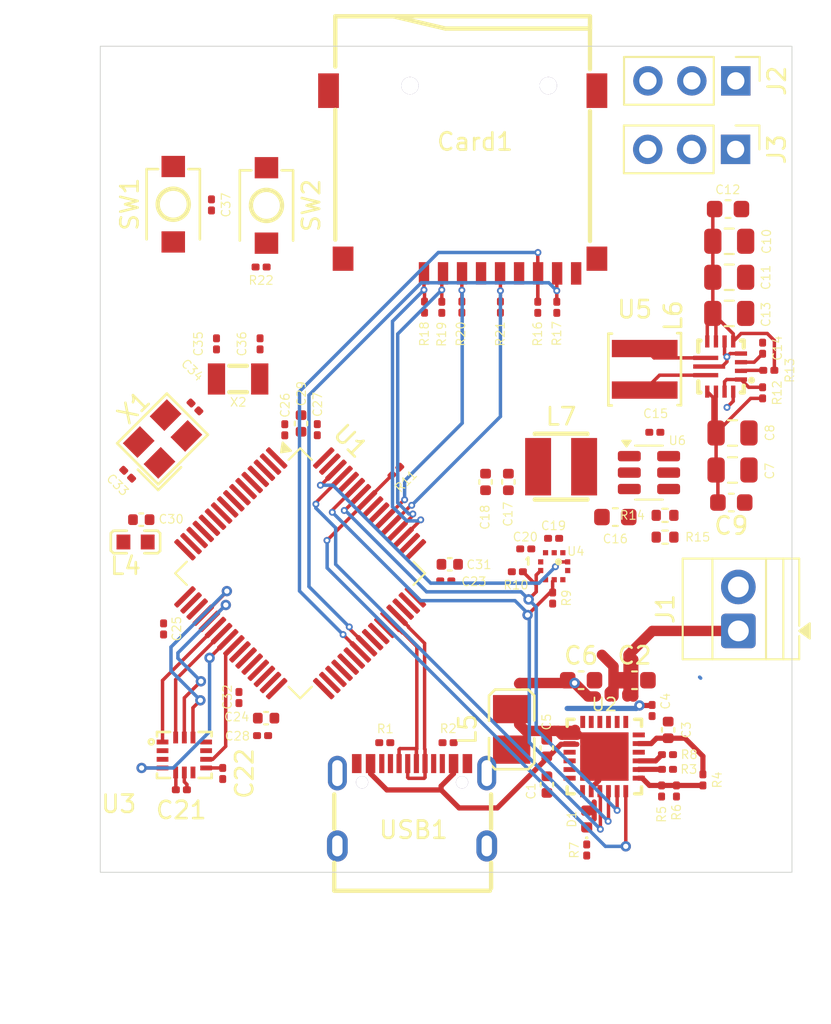
<source format=kicad_pcb>
(kicad_pcb (version 20241229) (generator "pcbnew") (generator_version "9.0")
  (layers (0 "F.Cu" signal) (2 "B.Cu" signal) (13 "F.Paste" user) (15 "B.Paste" user) (5 "F.SilkS" user "F.Silkscreen") (7 "B.SilkS" user "B.Silkscreen") (1 "F.Mask" user) (3 "B.Mask" user) (25 "Edge.Cuts" user))
  (net 0 "")
  (net 1 "GND")
  (net 2 "VBUS")
  (net 3 "BAT+")
  (net 4 "VREGN")
  (net 5 "/BTST")
  (net 6 "Net-(U2-BTST)")
  (net 7 "Net-(C5-Pad1)")
  (net 8 "VSYS")
  (net 9 "+5V")
  (net 10 "Net-(U5-Vaux)")
  (net 11 "Net-(U6-SW)")
  (net 12 "Net-(U6-CB)")
  (net 13 "+3.3V")
  (net 14 "Net-(U1-VCAP_1)")
  (net 15 "/HSE_IN")
  (net 16 "/HSE_OUT")
  (net 17 "/LSE_IN")
  (net 18 "/LSE_OUT")
  (net 19 "/RESET")
  (net 20 "/SD_DAT3")
  (net 21 "/SD_DAT2")
  (net 22 "/SD_DAT1")
  (net 23 "/SD_DAT0")
  (net 24 "/SD_CD")
  (net 25 "/SD_CLK")
  (net 26 "/SD_CMD")
  (net 27 "Net-(D1-K)")
  (net 28 "Net-(D1-A)")
  (net 29 "/SERVO1")
  (net 30 "/SERVO2")
  (net 31 "Net-(U1-VDDA)")
  (net 32 "Net-(U5-L1)")
  (net 33 "Net-(U5-L2)")
  (net 34 "Net-(USB1-CC1)")
  (net 35 "Net-(USB1-CC2)")
  (net 36 "Net-(U2-ILIM)")
  (net 37 "Net-(U2-TS)")
  (net 38 "/BQ_PG")
  (net 39 "/I2C_SDA")
  (net 40 "/I2C_SCL")
  (net 41 "/BQ_INT")
  (net 42 "Net-(U5-EN)")
  (net 43 "Net-(U5-PG)")
  (net 44 "Net-(U6-FB)")
  (net 45 "/BOOT")
  (net 49 "/ICM_SDO")
  (net 50 "/ICM_SCK")
  (net 51 "/BMP_INT")
  (net 57 "/ICM_CS")
  (net 58 "/ICM_INT1")
  (net 62 "/USB_DP")
  (net 63 "/USB_DN")
  (net 67 "/BQ_CE")
  (net 71 "/ICM_INT2")
  (net 77 "/ICM_SDI")
  (net 80 "unconnected-(U2-D+-Pad24)")
  (footprint "Resistor_SMD:R_0201_0603Metric" (layer "F.Cu") (at 129.91 70.77)
    (property "Reference" "R22")
    (property "Value" "10K")
  )
  (footprint "Capacitor_SMD:C_0201_0603Metric" (layer "F.Cu") (at 140.59 88.91)
    (property "Reference" "C23")
    (property "Value" "100nF")
  )
  (footprint "Resistor_SMD:R_0201_0603Metric" (layer "F.Cu") (at 153.07 101.05 90)
    (property "Reference" "R5")
    (property "Value" "30.1K")
  )
  (footprint "Capacitor_SMD:C_0603_1608Metric" (layer "F.Cu") (at 150.395 85.22 180)
    (property "Reference" "C16")
    (property "Value" "2.2uF")
  )
  (footprint "lib:L2520" (layer "F.Cu") (at 144.4 97.49 -90)
    (property "Reference" "L5")
    (property "Value" "DFE252012F-1R0M=P2")
  )
  (footprint "Capacitor_SMD:C_0805_2012Metric" (layer "F.Cu") (at 157.172499 82.5)
    (property "Reference" "C7")
    (property "Value" "10uF")
  )
  (footprint "lib:LGA-14_L3.0-W2.5-P0.50-TL" (layer "F.Cu") (at 125.47 98.97)
    (property "Reference" "U3")
    (property "Value" "ICM-45686")
  )
  (footprint "Capacitor_SMD:C_0603_1608Metric" (layer "F.Cu") (at 148.415 94.65 180)
    (property "Reference" "C6")
    (property "Value" "44uF")
  )
  (footprint "Resistor_SMD:R_0201_0603Metric" (layer "F.Cu") (at 140.7225 98.2575)
    (property "Reference" "R2")
    (property "Value" "5.1K")
  )
  (footprint "Capacitor_SMD:C_0402_1005Metric" (layer "F.Cu") (at 146.43 98.57 90)
    (property "Reference" "C5")
    (property "Value" "10uF")
  )
  (footprint "Resistor_SMD:R_0201_0603Metric" (layer "F.Cu") (at 144.73 88.38 180)
    (property "Reference" "R10")
    (property "Value" "10K")
  )
  (footprint "Capacitor_SMD:C_0402_1005Metric" (layer "F.Cu") (at 144.21 83.19 -90)
    (property "Reference" "C17")
    (property "Value" "22uF")
  )
  (footprint "Capacitor_SMD:C_0805_2012Metric" (layer "F.Cu") (at 157.172499 80.36)
    (property "Reference" "C8")
    (property "Value" "10uF")
  )
  (footprint "Capacitor_SMD:C_0201_0603Metric" (layer "F.Cu") (at 122.194746 82.743834 135)
    (property "Reference" "C33")
    (property "Value" "20pF")
  )
  (footprint "Capacitor_SMD:C_0402_1005Metric" (layer "F.Cu") (at 130.2 96.84 180)
    (property "Reference" "C28")
    (property "Value" "1uF")
  )
  (footprint "Capacitor_SMD:C_0201_0603Metric" (layer "F.Cu") (at 146.825 86.45)
    (property "Reference" "C19")
    (property "Value" "100nF")
  )
  (footprint "lib:CRYSTAL-SMD_4P-L3.2-W2.5-BL" (layer "F.Cu") (at 124.21 80.707366 45)
    (property "Reference" "X1")
    (property "Value" "X322525MOB4SI")
  )
  (footprint "Capacitor_SMD:C_0201_0603Metric" (layer "F.Cu") (at 126.083833 78.854747 -45)
    (property "Reference" "C34")
    (property "Value" "20pF")
  )
  (footprint "Resistor_SMD:R_0201_0603Metric" (layer "F.Cu") (at 143.75 73.0875 -90)
    (property "Reference" "R21")
    (property "Value" "10K")
  )
  (footprint "Capacitor_SMD:C_0805_2012Metric" (layer "F.Cu") (at 156.982499 73.45)
    (property "Reference" "C13")
    (property "Value" "22uF")
  )
  (footprint "Resistor_SMD:R_0201_0603Metric" (layer "F.Cu") (at 137.0625 98.2575 180)
    (property "Reference" "R1")
    (property "Value" "5.1K")
  )
  (footprint "Package_QFP:LQFP-64_10x10mm_P0.5mm" (layer "F.Cu") (at 132.17 88.47 -45)
    (property "Reference" "U1")
    (property "Value" "STM32F722RETx")
  )
  (footprint "lib:FC-135R_L3.2-W1.5" (layer "F.Cu") (at 128.58 77.24)
    (property "Reference" "X2")
    (property "Value" "Q13FC1350000400")
  )
  (footprint "Resistor_SMD:R_0201_0603Metric" (layer "F.Cu") (at 148.74 104.46 -90)
    (property "Reference" "R7")
    (property "Value" "10K")
  )
  (footprint "Resistor_SMD:R_0201_0603Metric" (layer "F.Cu") (at 141.52 73.0875 -90)
    (property "Reference" "R20")
    (property "Value" "10K")
  )
  (footprint "Resistor_SMD:R_0201_0603Metric" (layer "F.Cu") (at 137.703726 82.566274 45)
    (property "Reference" "R11")
    (property "Value" "10K")
  )
  (footprint "Resistor_SMD:R_0402_1005Metric" (layer "F.Cu") (at 153.27 86.38)
    (property "Reference" "R15")
    (property "Value" "22.1K")
  )
  (footprint "Resistor_SMD:R_0201_0603Metric" (layer "F.Cu") (at 155.46 100.41 90)
    (property "Reference" "R4")
    (property "Value" "5.23K")
  )
  (footprint "lib:IND-SMD_L4.0-W4.0-A" (layer "F.Cu") (at 152.092499 76.68 -90)
    (property "Reference" "L6")
    (property "Value" "XFL4020-152MEC")
  )
  (footprint "lib:SW-SMD_L3.9-W3.0-P4.45" (layer "F.Cu") (at 130.22 67.21 -90)
    (property "Reference" "SW2")
    (property "Value" "TS-1088-AR02016")
  )
  (footprint "Capacitor_SMD:C_0201_0603Metric" (layer "F.Cu") (at 127.04 67.18 -90)
    (property "Reference" "C37")
    (property "Value" "100nF")
  )
  (footprint "Capacitor_SMD:C_0402_1005Metric" (layer "F.Cu") (at 140.82 87.95)
    (property "Reference" "C31")
    (property "Value" "10uF")
  )
  (footprint "Capacitor_SMD:C_0201_0603Metric" (layer "F.Cu") (at 127.33 75.21 90)
    (property "Reference" "C35")
    (property "Value" "6.8pF")
  )
  (footprint "Capacitor_SMD:C_0201_0603Metric" (layer "F.Cu") (at 128.63 95.65 -90)
    (property "Reference" "C32")
    (property "Value" "2.2uF")
  )
  (footprint "Resistor_SMD:R_0201_0603Metric" (layer "F.Cu") (at 153.41 98.95)
    (property "Reference" "R8")
    (property "Value" "10K")
  )
  (footprint "Capacitor_SMD:C_0201_0603Metric" (layer "F.Cu") (at 125.3 100.98)
    (property "Reference" "C21")
    (property "Value" "100nF")
  )
  (footprint "Capacitor_SMD:C_0201_0603Metric" (layer "F.Cu") (at 129.995 97.85 180)
    (property "Reference" "C24")
    (property "Value" "100nF")
  )
  (footprint "Connector_PinHeader_2.54mm:PinHeader_1x03_P2.54mm_Vertical" (layer "F.Cu") (at 157.36 60.01 -90)
    (property "Reference" "J2")
    (property "Value" "Conn_01x03")
  )
  (footprint "lib:VFQFPN-24_L4.0-W4.0-P0.50-BL-EP2.8" (layer "F.Cu") (at 149.75 99.06)
    (property "Reference" "U2")
    (property "Value" "BQ25883RGER")
  )
  (footprint "Capacitor_SMD:C_0402_1005Metric" (layer "F.Cu") (at 142.89 83.19 -90)
    (property "Reference" "C18")
    (property "Value" "22uF")
  )
  (footprint "Resistor_SMD:R_0201_0603Metric" (layer "F.Cu") (at 159.272499 76.74 180)
    (property "Reference" "R13")
    (property "Value" "10K")
  )
  (footprint "Capacitor_SMD:C_0603_1608Metric" (layer "F.Cu") (at 157.102499 84.38)
    (property "Reference" "C9")
    (property "Value" "10uF")
  )
  (footprint "lib:IND-SMD_L3.0-W3.0" (layer "F.Cu") (at 147.26 82.31)
    (property "Reference" "L7")
    (property "Value" "YHNR3015-5R6M")
  )
  (footprint "Capacitor_SMD:C_0805_2012Metric" (layer "F.Cu") (at 156.982499 71.36)
    (property "Reference" "C11")
    (property "Value" "22uF")
  )
  (footprint "Resistor_SMD:R_0402_1005Metric" (layer "F.Cu") (at 153.27 85.12 180)
    (property "Reference" "R14")
    (property "Value" "100K")
  )
  (footprint "Capacitor_SMD:C_0201_0603Metric" (layer "F.Cu") (at 124.27 91.685 -90)
    (property "Reference" "C25")
    (property "Value" "100nF")
  )
  (footprint "Capacitor_SMD:C_0201_0603Metric" (layer "F.Cu") (at 129.85 75.21 90)
    (property "Reference" "C36")
    (property "Value" "6.8pF")
  )
  (footprint "Resistor_SMD:R_0201_0603Metric" (layer "F.Cu") (at 145.91 73.0975 -90)
    (property "Reference" "R16")
    (property "Value" "10K")
  )
  (footprint "Capacitor_SMD:C_0201_0603Metric" (layer "F.Cu") (at 158.912499 75.46 90)
    (property "Reference" "C14")
    (property "Value" "100nF")
  )
  (footprint "Capacitor_SMD:C_0201_0603Metric" (layer "F.Cu") (at 145.215 87.06 180)
    (property "Reference" "C20")
    (property "Value" "100nF")
  )
  (footprint "Resistor_SMD:R_0201_0603Metric" (layer "F.Cu") (at 153.41 99.8)
    (property "Reference" "R3")
    (property "Value" "383")
  )
  (footprint "Resistor_SMD:R_0201_0603Metric" (layer "F.Cu") (at 146.77 89.9 -90)
    (property "Reference" "R9")
    (property "Value" "10K")
  )
  (footprint "Capacitor_SMD:C_0402_1005Metric" (layer "F.Cu") (at 146.44 100.68 -90)
    (property "Reference" "C1")
    (property "Value" "1uF")
  )
  (footprint "Resistor_SMD:R_0201_0603Metric" (layer "F.Cu") (at 140.36 73.0975 -90)
    (property "Reference" "R19")
    (property "Value" "10K")
  )
  (footprint "Capacitor_SMD:C_0805_2012Metric" (layer "F.Cu") (at 156.982499 69.28)
    (property "Reference" "C10")
    (property "Value" "22uF")
  )
  (footprint "Capacitor_SMD:C_0603_1608Metric" (layer "F.Cu") (at 151.505 94.65)
    (property "Reference" "C2")
    (property "Value" "10uF")
  )
  (footprint "Capacitor_SMD:C_0201_0603Metric" (layer "F.Cu") (at 127.69 100.04 -90)
    (property "Reference" "C22")
    (property "Value" "100nF")
  )
  (footprint "Resistor_SMD:R_0201_0603Metric" (layer "F.Cu") (at 158.912499 78.04 -90)
    (property "Reference" "R12")
    (property "Value" "10K")
  )
  (footprint "lib:USB-C-SMD_TYPE-C-6PIN-2MD-073" (layer "F.Cu") (at 138.64 101.8475)
    (property "Reference" "USB1")
    (property "Value" "TYPE-C 16PIN 2MD(073)")
  )
  (footprint "Resistor_SMD:R_0201_0603Metric" (layer "F.Cu") (at 153.93 101.05 90)
    (property "Reference" "R6")
    (property "Value" "10K")
  )
  (footprint "TerminalBlock:TerminalBlock_Xinya_XY308-2.54-2P_1x02_P2.54mm_Horizontal" (layer "F.Cu") (at 157.51 91.8 90)
    (property "Reference" "J1")
    (property "Value" "Screw_Terminal_01x02")
  )
  (footprint "Capacitor_SMD:C_0402_1005Metric" (layer "F.Cu") (at 122.98 85.37 180)
    (property "Reference" "C30")
    (property "Value" "1uF")
  )
  (footprint "Connector_PinHeader_2.54mm:PinHeader_1x03_P2.54mm_Vertical" (layer "F.Cu") (at 157.35 63.97 -90)
    (property "Reference" "J3")
    (property "Value" "Conn_01x03")
  )
  (footprint "Resistor_SMD:R_0201_0603Metric" (layer "F.Cu") (at 147.01 73.0975 -90)
    (property "Reference" "R17")
    (property "Value" "10K")
  )
  (footprint "lib:TF-SMD_TF-01A" (layer "F.Cu") (at 141.57 65.8575 180)
    (property "Reference" "Card1")
    (property "Value" "TF-01A")
  )
  (footprint "Capacitor_SMD:C_0201_0603Metric" (layer "F.Cu") (at 133.16 80.17 90)
    (property "Reference" "C27")
    (property "Value" "100nF")
  )
  (footprint "Capacitor_SMD:C_0201_0603Metric" (layer "F.Cu") (at 131.28 80.175 90)
    (property "Reference" "C26")
    (property "Value" "100nF")
  )
  (footprint "lib:SW-SMD_L3.9-W3.0-P4.45" (layer "F.Cu") (at 124.83 67.14 -90)
    (property "Reference" "SW1")
    (property "Value" "TS-1088-AR02016")
  )
  (footprint "lib:L0603" (layer "F.Cu") (at 122.65 86.66)
    (property "Reference" "L4")
    (property "Value" "FCM1608KF-601T03")
  )
  (footprint "Package_TO_SOT_SMD:SOT-23-6" (layer "F.Cu") (at 152.34 82.65)
    (property "Reference" "U6")
    (property "Value" "LMR51430")
  )
  (footprint "LED_SMD:LED_0402_1005Metric" (layer "F.Cu") (at 148.74 102.67 90)
    (property "Reference" "D1")
    (property "Value" "LED")
  )
  (footprint "Capacitor_SMD:C_0402_1005Metric" (layer "F.Cu") (at 132.22 79.81 90)
    (property "Reference" "C29")
    (property "Value" "1uF")
  )
  (footprint "Capacitor_SMD:C_0201_0603Metric" (layer "F.Cu") (at 152.68 80.32)
    (property "Reference" "C15")
    (property "Value" "100nF")
  )
  (footprint "Resistor_SMD:R_0201_0603Metric" (layer "F.Cu") (at 139.36 73.0875 -90)
    (property "Reference" "R18")
    (property "Value" "10K")
  )
  (footprint "Capacitor_SMD:C_0201_0603Metric" (layer "F.Cu") (at 152.52 96.4 -90)
    (property "Reference" "C4")
    (property "Value" "47nF")
  )
  (footprint "lib:LGA-10_L2.0-W2.0-P0.50-TL_BMP580" (layer "F.Cu") (at 146.86 88.06)
    (property "Reference" "U4")
    (property "Value" "BMP580")
  )
  (footprint "lib:VQFN-HR-15_L3.0-W2.5-P0.50-BL_TPS63070RNMR" (layer "F.Cu") (at 156.642499 76.52 90)
    (property "Reference" "U5")
    (property "Value" "TPS63070RNMR")
  )
  (footprint "Capacitor_SMD:C_0603_1608Metric" (layer "F.Cu") (at 156.912499 67.42)
    (property "Reference" "C12")
    (property "Value" "10uF")
  )
  (footprint "Capacitor_SMD:C_0402_1005Metric" (layer "F.Cu") (at 153.45 97.52 90)
    (property "Reference" "C3")
    (property "Value" "10uF")
  )
  (gr_rect (start 120.61 58.01) (end 160.61 105.75) (stroke (width 0.05)) (fill no) (layer "Edge.Cuts"))
  (segment (start 155.27 94.47) (end 155.33 94.53) (width 0.2) (layer "B.Cu") (net 0))
  (segment (start 144.87 94.81) (end 144.83 94.85) (width 0.6) (layer "F.Cu") (net 1))
  (segment (start 148.94 95.59) (end 149.27 95.59) (width 0.6) (layer "F.Cu") (net 1))
  (segment (start 156.712499 75.07) (end 156.712499 75.824998) (width 0.2) (layer "F.Cu") (net 1))
  (segment (start 157.212499 78.52147) (end 157.212499 77.97) (width 0.2) (layer "F.Cu") (net 1))
  (segment (start 155.822499 76.52) (end 156.574499 76.52) (width 0.2) (layer "F.Cu") (net 1))
  (segment (start 156.574499 76.52) (end 156.847501 76.246998) (width 0.2) (layer "F.Cu") (net 1))
  (segment (start 148.82 95.59) (end 148.04 94.81) (width 0.6) (layer "F.Cu") (net 1))
  (segment (start 148.04 94.81) (end 144.87 94.81) (width 0.6) (layer "F.Cu") (net 1))
  (segment (start 157.662499 75.77) (end 157.037501 75.77) (width 0.2) (layer "F.Cu") (net 1))
  (segment (start 156.847501 76.246998) (end 156.847501 75.96) (width 0.2) (layer "F.Cu") (net 1))
  (segment (start 157.037501 75.77) (end 156.847501 75.96) (width 0.2) (layer "F.Cu") (net 1))
  (segment (start 125.47 99.98) (end 125.47 100.52) (width 0.2) (layer "F.Cu") (net 1))
  (segment (start 148.94 95.59) (end 148.82 95.59) (width 0.6) (layer "F.Cu") (net 1))
  (segment (start 125.47 100.52) (end 125.62 100.67) (width 0.2) (layer "F.Cu") (net 1))
  (segment (start 125.62 100.67) (end 125.62 100.98) (width 0.2) (layer "F.Cu") (net 1))
  (segment (start 156.853234 78.880735) (end 157.212499 78.52147) (width 0.2) (layer "F.Cu") (net 1))
  (segment (start 156.712499 75.824998) (end 156.847501 75.96) (width 0.2) (layer "F.Cu") (net 1))
  (via (at 156.847501 75.96) (size 0.4) (drill 0.2) (layers "F.Cu" "B.Cu") (net 1))
  (via (at 148.04 94.81) (size 0.6) (drill 0.3) (layers "F.Cu" "B.Cu") (net 1))
  (via (at 148.04 94.81) (size 0.6) (drill 0.3) (layers "F.Cu" "B.Cu") (net 1))
  (via (at 156.853234 78.880735) (size 0.4) (drill 0.2) (layers "F.Cu" "B.Cu") (net 1))
  (segment (start 146.87 98.73) (end 147.25 98.35) (width 0.3) (layer "F.Cu") (net 2))
  (segment (start 136.24 100.046136) (end 136.24 99.4675) (width 0.3) (layer "F.Cu") (net 2))
  (segment (start 137.183864 100.99) (end 136.24 100.046136) (width 0.3) (layer "F.Cu") (net 2))
  (segment (start 141.36 102.03) (end 140.32 100.99) (width 0.3) (layer "F.Cu") (net 2))
  (segment (start 140.32 100.766136) (end 141.04 100.046136) (width 0.3) (layer "F.Cu") (net 2))
  (segment (start 146.87 98.73) (end 143.57 102.03) (width 0.3) (layer "F.Cu") (net 2))
  (segment (start 143.57 102.03) (end 141.36 102.03) (width 0.3) (layer "F.Cu") (net 2))
  (segment (start 140.32 100.99) (end 137.183864 100.99) (width 0.3) (layer "F.Cu") (net 2))
  (segment (start 141.04 100.046136) (end 141.04 99.4675) (width 0.3) (layer "F.Cu") (net 2))
  (segment (start 140.32 100.99) (end 140.32 100.766136) (width 0.3) (layer "F.Cu") (net 2))
  (segment (start 147.25 98.35) (end 148.17 98.35) (width 0.3) (layer "F.Cu") (net 2))
  (segment (start 152.54 91.8) (end 151.16 93.18) (width 0.6) (layer "F.Cu") (net 3))
  (segment (start 151.16 95.36) (end 151.09 95.43) (width 0.6) (layer "F.Cu") (net 3))
  (segment (start 151.43 93.45) (end 151.16 93.18) (width 0.6) (layer "F.Cu") (net 3))
  (segment (start 150.289 93.849) (end 149.62 93.18) (width 0.6) (layer "F.Cu") (net 3))
  (segment (start 150.289 95.59) (end 150.289 95.13) (width 0.6) (layer "F.Cu") (net 3))
  (segment (start 151.16 95.32) (end 151.16 95.36) (width 0.6) (layer "F.Cu") (net 3))
  (segment (start 150.071 95.339) (end 150.071 95.59) (width 0.6) (layer "F.Cu") (net 3))
  (segment (start 151.16 93.18) (end 151.16 95.32) (width 0.6) (layer "F.Cu") (net 3))
  (segment (start 151.43 95.59) (end 151.43 93.45) (width 0.6) (layer "F.Cu") (net 3))
  (segment (start 151.09 95.43) (end 151.09 95.59) (width 0.6) (layer "F.Cu") (net 3))
  (segment (start 150.28 95.13) (end 150.071 95.339) (width 0.6) (layer "F.Cu") (net 3))
  (segment (start 150.289 95.13) (end 150.28 95.13) (width 0.6) (layer "F.Cu") (net 3))
  (segment (start 151.16 95.32) (end 151.43 95.59) (width 0.6) (layer "F.Cu") (net 3))
  (segment (start 150.289 95.13) (end 150.289 93.849) (width 0.6) (layer "F.Cu") (net 3))
  (segment (start 157.51 91.8) (end 152.54 91.8) (width 0.6) (layer "F.Cu") (net 3))
  (segment (start 153.45 98) (end 154.42 98) (width 0.3) (layer "F.Cu") (net 4))
  (segment (start 155.46 99.04) (end 155.46 100.09) (width 0.3) (layer "F.Cu") (net 4))
  (segment (start 152.78 98) (end 153.45 98) (width 0.3) (layer "F.Cu") (net 4))
  (segment (start 154.42 98) (end 155.46 99.04) (width 0.3) (layer "F.Cu") (net 4))
  (segment (start 151.75 98.31) (end 152.47 98.31) (width 0.3) (layer "F.Cu") (net 4))
  (segment (start 152.47 98.31) (end 152.78 98) (width 0.3) (layer "F.Cu") (net 4))
  (segment (start 151.79 96.11) (end 152.49 96.11) (width 0.3) (layer "F.Cu") (net 5))
  (segment (start 152.49 96.11) (end 152.52 96.08) (width 0.3) (layer "F.Cu") (net 5))
  (via (at 151.79 96.11) (size 0.6) (drill 0.3) (layers "F.Cu" "B.Cu") (net 5))
  (segment (start 147.61 96.28) (end 151.578884 96.28) (width 0.3) (layer "B.Cu") (net 5))
  (segment (start 151.578884 96.28) (end 151.62 96.28) (width 0.3) (layer "B.Cu") (net 5))
  (segment (start 151.62 96.28) (end 151.79 96.11) (width 0.3) (layer "B.Cu") (net 5))
  (segment (start 145.22 97.58) (end 146.86 97.58) (width 0.6) (layer "F.Cu") (net 7))
  (segment (start 147.309 97.799) (end 148.18 97.799) (width 0.6) (layer "F.Cu") (net 7))
  (segment (start 148.01 97.58) (end 148.07 97.52) (width 0.6) (layer "F.Cu") (net 7))
  (segment (start 144.83 97.19) (end 145.22 97.58) (width 0.6) (layer "F.Cu") (net 7))
  (segment (start 147.09 97.58) (end 147.309 97.799) (width 0.6) (layer "F.Cu") (net 7))
  (segment (start 146.86 97.58) (end 148.01 97.58) (width 0.6) (layer "F.Cu") (net 7))
  (segment (start 146.86 97.58) (end 147.09 97.58) (width 0.6) (layer "F.Cu") (net 7))
  (segment (start 158.222499 78.36) (end 156.222499 80.36) (width 0.2) (layer "F.Cu") (net 8))
  (segment (start 156.222499 77.98) (end 156.212499 77.97) (width 0.2) (layer "F.Cu") (net 8))
  (segment (start 156.042499 80.18) (end 156.222499 80.36) (width 0.2) (layer "F.Cu") (net 8))
  (segment (start 158.912499 78.36) (end 158.222499 78.36) (width 0.2) (layer "F.Cu") (net 8))
  (segment (start 155.712499 77.97) (end 156.042499 78.3) (width 0.2) (layer "F.Cu") (net 8))
  (segment (start 156.327499 82.605) (end 156.222499 82.5) (width 0.2) (layer "F.Cu") (net 8))
  (segment (start 156.327499 84.38) (end 156.327499 82.605) (width 0.2) (layer "F.Cu") (net 8))
  (segment (start 156.222499 80.36) (end 156.222499 77.98) (width 0.2) (layer "F.Cu") (net 8))
  (segment (start 156.042499 78.3) (end 156.042499 80.18) (width 0.2) (layer "F.Cu") (net 8))
  (segment (start 156.222499 82.5) (end 156.222499 80.36) (width 0.2) (layer "F.Cu") (net 8))
  (segment (start 156.212499 75.07) (end 156.212499 73.63) (width 0.2) (layer "F.Cu") (net 9))
  (segment (start 157.212499 74.63) (end 156.032499 73.45) (width 0.2) (layer "F.Cu") (net 9))
  (segment (start 156.032499 69.28) (end 156.032499 71.36) (width 0.2) (layer "F.Cu") (net 9))
  (segment (start 159.592499 75.02013) (end 159.181369 74.609) (width 0.2) (layer "F.Cu") (net 9))
  (segment (start 155.712499 75.07) (end 155.712499 73.77) (width 0.2) (layer "F.Cu") (net 9))
  (segment (start 156.032499 69.28) (end 156.032499 67.525) (width 0.2) (layer "F.Cu") (net 9))
  (segment (start 155.712499 73.77) (end 156.032499 73.45) (width 0.2) (layer "F.Cu") (net 9))
  (segment (start 156.032499 71.36) (end 156.032499 73.45) (width 0.2) (layer "F.Cu") (net 9))
  (segment (start 157.673499 74.609) (end 157.212499 75.07) (width 0.2) (layer "F.Cu") (net 9))
  (segment (start 159.592499 76.74) (end 159.592499 75.02013) (width 0.2) (layer "F.Cu") (net 9))
  (segment (start 156.212499 73.63) (end 156.032499 73.45) (width 0.2) (layer "F.Cu") (net 9))
  (segment (start 159.181369 74.609) (end 157.673499 74.609) (width 0.2) (layer "F.Cu") (net 9))
  (segment (start 157.212499 75.07) (end 157.212499 74.63) (width 0.2) (layer "F.Cu") (net 9))
  (segment (start 156.032499 67.525) (end 156.137499 67.42) (width 0.2) (layer "F.Cu") (net 9))
  (segment (start 158.912499 75.78) (end 158.422499 76.27) (width 0.2) (layer "F.Cu") (net 10))
  (segment (start 158.422499 76.27) (end 157.662499 76.27) (width 0.2) (layer "F.Cu") (net 10))
  (segment (start 124.98 99.99) (end 124.97 99.98) (width 0.2) (layer "F.Cu") (net 13))
  (segment (start 127.69 99.72) (end 126.73 99.72) (width 0.2) (layer "F.Cu") (net 13))
  (segment (start 124.98 100.98) (end 124.98 99.99) (width 0.2) (layer "F.Cu") (net 13))
  (segment (start 138.71 85.11198) (end 137.773821 86.048159) (width 0.2) (layer "F.Cu") (net 20))
  (segment (start 138.686817 85.041) (end 138.71 85.064183) (width 0.2) (layer "F.Cu") (net 20))
  (segment (start 140.36 71.2075) (end 140.43 71.1375) (width 0.2) (layer "F.Cu") (net 20))
  (segment (start 138.71 85.064183) (end 138.71 85.11198) (width 0.2) (layer "F.Cu") (net 20))
  (segment (start 140.36 72.09) (end 140.36 71.2075) (width 0.2) (layer "F.Cu") (net 20))
  (segment (start 140.36 72.7775) (end 140.36 72.09) (width 0.2) (layer "F.Cu") (net 20))
  (via (at 138.686817 85.041) (size 0.4) (drill 0.2) (layers "F.Cu" "B.Cu") (net 20))
  (via (at 140.36 72.09) (size 0.4) (drill 0.2) (layers "F.Cu" "B.Cu") (net 20))
  (segment (start 137.809 84.3861) (end 137.809 74.641) (width 0.2) (layer "B.Cu") (net 20))
  (segment (start 137.809 74.641) (end 140.36 72.09) (width 0.2) (layer "B.Cu") (net 20))
  (segment (start 138.686817 85.041) (end 138.685817 85.04) (width 0.2) (layer "B.Cu") (net 20))
  (segment (start 138.4629 85.04) (end 137.809 84.3861) (width 0.2) (layer "B.Cu") (net 20))
  (segment (start 138.685817 85.04) (end 138.4629 85.04) (width 0.2) (layer "B.Cu") (net 20))
  (segment (start 139.36 72.7675) (end 139.36 72.12) (width 0.2) (layer "F.Cu") (net 21))
  (segment (start 139.14 85.38) (end 139.14 85.389088) (width 0.2) (layer "F.Cu") (net 21))
  (segment (start 139.33 71.1375) (end 139.33 72.09) (width 0.2) (layer "F.Cu") (net 21))
  (segment (start 139.14 85.389088) (end 138.127375 86.401713) (width 0.2) (layer "F.Cu") (net 21))
  (segment (start 139.36 72.12) (end 139.33 72.09) (width 0.2) (layer "F.Cu") (net 21))
  (via (at 139.33 72.09) (size 0.4) (drill 0.2) (layers "F.Cu" "B.Cu") (net 21))
  (via (at 139.14 85.38) (size 0.4) (drill 0.2) (layers "F.Cu" "B.Cu") (net 21))
  (segment (start 137.508 73.912) (end 137.508 84.618) (width 0.2) (layer "B.Cu") (net 21))
  (segment (start 137.508 84.618) (end 138.331 85.441) (width 0.2) (layer "B.Cu") (net 21))
  (segment (start 139.33 72.09) (end 137.508 73.912) (width 0.2) (layer "B.Cu") (net 21))
  (segment (start 138.331 85.441) (end 139.079 85.441) (width 0.2) (layer "B.Cu") (net 21))
  (segment (start 139.079 85.441) (end 139.14 85.38) (width 0.2) (layer "B.Cu") (net 21))
  (segment (start 147.01 72.7775) (end 147.01 72.14) (width 0.2) (layer "F.Cu") (net 22))
  (segment (start 147.01 72.14) (end 147.01 71.1575) (width 0.2) (layer "F.Cu") (net 22))
  (segment (start 135.01 91.57) (end 135.01 91.663554) (width 0.2) (layer "F.Cu") (net 22))
  (segment (start 135.01 91.663554) (end 136.006054 92.659608) (width 0.2) (layer "F.Cu") (net 22))
  (segment (start 147.01 71.1575) (end 147.03 71.1375) (width 0.2) (layer "F.Cu") (net 22))
  (via (at 135.01 91.57) (size 0.4) (drill 0.2) (layers "F.Cu" "B.Cu") (net 22))
  (via (at 147.01 72.14) (size 0.4) (drill 0.2) (layers "F.Cu" "B.Cu") (net 22))
  (segment (start 146.549 71.679) (end 139.1739 71.679) (width 0.2) (layer "B.Cu") (net 22))
  (segment (start 132.679 89.239) (end 135.01 91.57) (width 0.2) (layer "B.Cu") (net 22))
  (segment (start 147.01 72.14) (end 146.549 71.679) (width 0.2) (layer "B.Cu") (net 22))
  (segment (start 139.1739 71.679) (end 132.679 78.1739) (width 0.2) (layer "B.Cu") (net 22))
  (segment (start 132.679 78.1739) (end 132.679 89.239) (width 0.2) (layer "B.Cu") (net 22))
  (segment (start 134.65 92.01) (end 134.65 92.01066) (width 0.2) (layer "F.Cu") (net 23))
  (segment (start 134.65 92.01066) (end 135.652501 93.013161) (width 0.2) (layer "F.Cu") (net 23))
  (segment (start 145.91 71.1575) (end 145.91 72.7775) (width 0.2) (layer "F.Cu") (net 23))
  (segment (start 145.91 69.94) (end 145.92 69.93) (width 0.2) (layer "F.Cu") (net 23))
  (segment (start 145.93 71.1375) (end 145.91 71.1575) (width 0.2) (layer "F.Cu") (net 23))
  (segment (start 145.91 72.7775) (end 145.91 69.94) (width 0.2) (layer "F.Cu") (net 23))
  (via (at 134.65 92.01) (size 0.4) (drill 0.2) (layers "F.Cu" "B.Cu") (net 23))
  (via (at 145.92 69.93) (size 0.4) (drill 0.2) (layers "F.Cu" "B.Cu") (net 23))
  (segment (start 132.13 77.96) (end 132.13 89.49) (width 0.2) (layer "B.Cu") (net 23))
  (segment (start 145.92 69.93) (end 140.16 69.93) (width 0.2) (layer "B.Cu") (net 23))
  (segment (start 140.16 69.93) (end 132.13 77.96) (width 0.2) (layer "B.Cu") (net 23))
  (segment (start 132.13 89.49) (end 134.65 92.01) (width 0.2) (layer "B.Cu") (net 23))
  (segment (start 143.75 71.1575) (end 143.73 71.1375) (width 0.2) (layer "F.Cu") (net 25))
  (segment (start 138.574874 84.54) (end 137.420268 85.694606) (width 0.2) (layer "F.Cu") (net 25))
  (segment (start 138.62 84.54) (end 138.574874 84.54) (width 0.2) (layer "F.Cu") (net 25))
  (segment (start 143.75 72.14) (end 143.75 71.1575) (width 0.2) (layer "F.Cu") (net 25))
  (segment (start 143.75 72.7675) (end 143.75 72.14) (width 0.2) (layer "F.Cu") (net 25))
  (via (at 138.62 84.54) (size 0.4) (drill 0.2) (layers "F.Cu" "B.Cu") (net 25))
  (via (at 143.75 72.14) (size 0.4) (drill 0.2) (layers "F.Cu" "B.Cu") (net 25))
  (segment (start 143.75 79.41) (end 143.75 72.14) (width 0.2) (layer "B.Cu") (net 25))
  (segment (start 138.62 84.54) (end 143.75 79.41) (width 0.2) (layer "B.Cu") (net 25))
  (segment (start 141.52 72.11) (end 141.52 71.1475) (width 0.2) (layer "F.Cu") (net 26))
  (segment (start 141.52 71.1475) (end 141.53 71.1375) (width 0.2) (layer "F.Cu") (net 26))
  (segment (start 138.21 84.22) (end 138.187766 84.22) (width 0.2) (layer "F.Cu") (net 26))
  (segment (start 138.187766 84.22) (end 137.066714 85.341052) (width 0.2) (layer "F.Cu") (net 26))
  (segment (start 141.52 72.7675) (end 141.52 72.11) (width 0.2) (layer "F.Cu") (net 26))
  (via (at 138.21 84.22) (size 0.4) (drill 0.2) (layers "F.Cu" "B.Cu") (net 26))
  (via (at 141.52 72.11) (size 0.4) (drill 0.2) (layers "F.Cu" "B.Cu") (net 26))
  (segment (start 138.21 83.12) (end 138.21 84.22) (width 0.2) (layer "B.Cu") (net 26))
  (segment (start 141.54 79.79) (end 138.21 83.12) (width 0.2) (layer "B.Cu") (net 26))
  (segment (start 141.54 72.13) (end 141.54 79.79) (width 0.2) (layer "B.Cu") (net 26))
  (segment (start 141.52 72.11) (end 141.54 72.13) (width 0.2) (layer "B.Cu") (net 26))
  (segment (start 149.17 101.685) (end 149.17 102.67) (width 0.3) (layer "F.Cu") (net 28))
  (segment (start 155.622499 77.02) (end 152.952499 77.02) (width 0.2) (layer "F.Cu") (net 32))
  (segment (start 152.952499 77.02) (end 152.092499 77.88) (width 0.2) (layer "F.Cu") (net 32))
  (segment (start 152.632499 76.02) (end 152.092499 75.48) (width 0.2) (layer "F.Cu") (net 33))
  (segment (start 155.622499 76.02) (end 152.632499 76.02) (width 0.2) (layer "F.Cu") (net 33))
  (segment (start 151.76 99.8) (end 151.75 99.81) (width 0.3) (layer "F.Cu") (net 36))
  (segment (start 153.09 99.8) (end 151.76 99.8) (width 0.3) (layer "F.Cu") (net 36))
  (segment (start 152.37 100.73) (end 153.07 100.73) (width 0.3) (layer "F.Cu") (net 37))
  (segment (start 153.07 100.73) (end 153.93 100.73) (width 0.3) (layer "F.Cu") (net 37))
  (segment (start 153.93 100.73) (end 155.46 100.73) (width 0.3) (layer "F.Cu") (net 37))
  (segment (start 151.95 100.31) (end 152.37 100.73) (width 0.3) (layer "F.Cu") (net 37))
  (segment (start 151.75 100.31) (end 151.95 100.31) (width 0.3) (layer "F.Cu") (net 37))
  (segment (start 151.75 99.31) (end 152.73 99.31) (width 0.3) (layer "F.Cu") (net 38))
  (segment (start 152.73 99.31) (end 153.09 98.95) (width 0.3) (layer "F.Cu") (net 38))
  (segment (start 146.77 89.58) (end 146.77 88.93) (width 0.2) (layer "F.Cu") (net 39))
  (segment (start 150 101.06) (end 150 102.78) (width 0.2) (layer "F.Cu") (net 39))
  (segment (start 134.027494 84.823985) (end 135.278193 83.573286) (width 0.2) (layer "F.Cu") (net 39))
  (segment (start 134.027494 84.942173) (end 134.027494 84.823985) (width 0.2) (layer "F.Cu") (net 39))
  (segment (start 146.77 88.93) (end 146.86 88.84) (width 0.2) (layer "F.Cu") (net 39))
  (segment (start 146.77 89.58) (end 146.62 89.58) (width 0.2) (layer "F.Cu") (net 39))
  (segment (start 150 102.78) (end 149.98 102.8) (width 0.2) (layer "F.Cu") (net 39))
  (segment (start 146.62 89.58) (end 145.32 90.88) (width 0.2) (layer "F.Cu") (net 39))
  (segment (start 135.278193 83.573286) (end 135.298948 83.573286) (width 0.2) (layer "F.Cu") (net 39))
  (via (at 145.32 90.88) (size 0.6) (drill 0.3) (layers "F.Cu" "B.Cu") (net 39))
  (via (at 134.027494 84.942173) (size 0.4) (drill 0.2) (layers "F.Cu" "B.Cu") (net 39))
  (via (at 149.98 102.8) (size 0.4) (drill 0.2) (layers "F.Cu" "B.Cu") (net 39))
  (segment (start 139.135321 90.05) (end 134.027494 84.942173) (width 0.2) (layer "B.Cu") (net 39))
  (segment (start 144.59 90.05) (end 144.56 90.05) (width 0.2) (layer "B.Cu") (net 39))
  (segment (start 145.42 98.24) (end 145.42 90.88) (width 0.2) (layer "B.Cu") (net 39))
  (segment (start 144.56 90.05) (end 139.135321 90.05) (width 0.2) (layer "B.Cu") (net 39))
  (segment (start 149.98 102.8) (end 145.42 98.24) (width 0.2) (layer "B.Cu") (net 39))
  (segment (start 145.42 90.88) (end 144.59 90.05) (width 0.2) (layer "B.Cu") (net 39))
  (segment (start 145.38 89.98) (end 145.82 89.54) (width 0.2) (layer "F.Cu") (net 40))
  (segment (start 145.82 88.57) (end 146.08 88.31) (width 0.2) (layer "F.Cu") (net 40))
  (segment (start 134.73934 84.84) (end 135.652501 83.926839) (width 0.2) (layer "F.Cu") (net 40))
  (segment (start 145.82 89.54) (end 145.82 88.57) (width 0.2) (layer "F.Cu") (net 40))
  (segment (start 145.82 89.54) (end 145.82 89.15) (width 0.2) (layer "F.Cu") (net 40))
  (segment (start 150.5 101.06) (end 150.5 102.17) (width 0.2) (layer "F.Cu") (net 40))
  (segment (start 134.72 84.84) (end 134.73934 84.84) (width 0.2) (layer "F.Cu") (net 40))
  (segment (start 145.82 89.15) (end 145.05 88.38) (width 0.2) (layer "F.Cu") (net 40))
  (via (at 145.38 89.98) (size 0.6) (drill 0.3) (layers "F.Cu" "B.Cu") (net 40))
  (via (at 145.38 89.98) (size 0.6) (drill 0.3) (layers "F.Cu" "B.Cu") (net 40))
  (via (at 134.72 84.84) (size 0.4) (drill 0.2) (layers "F.Cu" "B.Cu") (net 40))
  (via (at 150.5 102.17) (size 0.4) (drill 0.2) (layers "F.Cu" "B.Cu") (net 40))
  (segment (start 145.38 89.98) (end 145.82 90.42) (width 0.2) (layer "B.Cu") (net 40))
  (segment (start 134.78 84.84) (end 134.72 84.84) (width 0.2) (layer "B.Cu") (net 40))
  (segment (start 145.82 97.49) (end 150.5 102.17) (width 0.2) (layer "B.Cu") (net 40))
  (segment (start 145.38 89.98) (end 144.94 89.54) (width 0.2) (layer "B.Cu") (net 40))
  (segment (start 139.48 89.54) (end 134.78 84.84) (width 0.2) (layer "B.Cu") (net 40))
  (segment (start 144.94 89.54) (end 139.48 89.54) (width 0.2) (layer "B.Cu") (net 40))
  (segment (start 145.82 90.42) (end 145.82 97.49) (width 0.2) (layer "B.Cu") (net 40))
  (segment (start 151 104.25) (end 151 101.06) (width 0.2) (layer "F.Cu") (net 41))
  (segment (start 136.006054 84.283946) (end 136.006054 84.280392) (width 0.2) (layer "F.Cu") (net 41))
  (segment (start 133.72 86.57) (end 136.006054 84.283946) (width 0.2) (layer "F.Cu") (net 41))
  (segment (start 136.006054 84.263946) (end 136.006054 84.280392) (width 0.2) (layer "F.Cu") (net 41))
  (segment (start 137.477452 82.792548) (end 136.006054 84.263946) (width 0.2) (layer "F.Cu") (net 41))
  (via (at 133.72 86.57) (size 0.4) (drill 0.2) (layers "F.Cu" "B.Cu") (net 41))
  (via (at 151 104.25) (size 0.6) (drill 0.3) (layers "F.Cu" "B.Cu") (net 41))
  (segment (start 149.82 104.25) (end 151 104.25) (width 0.2) (layer "B.Cu") (net 41))
  (segment (start 133.72 86.57) (end 133.73 86.58) (width 0.2) (layer "B.Cu") (net 41))
  (segment (start 133.73 88.16) (end 149.82 104.25) (width 0.2) (layer "B.Cu") (net 41))
  (segment (start 133.73 86.58) (end 133.73 88.16) (width 0.2) (layer "B.Cu") (net 41))
  (segment (start 156.712499 77.97) (end 156.712499 77.393) (width 0.2) (layer "F.Cu") (net 42))
  (segment (start 156.712499 77.393) (end 156.835499 77.27) (width 0.2) (layer "F.Cu") (net 42))
  (segment (start 158.112499 77.72) (end 157.662499 77.27) (width 0.2) (layer "F.Cu") (net 42))
  (segment (start 156.835499 77.27) (end 157.662499 77.27) (width 0.2) (layer "F.Cu") (net 42))
  (segment (start 158.912499 77.72) (end 158.112499 77.72) (width 0.2) (layer "F.Cu") (net 42))
  (segment (start 157.692499 76.74) (end 157.662499 76.77) (width 0.2) (layer "F.Cu") (net 43))
  (segment (start 158.952499 76.74) (end 157.692499 76.74) (width 0.2) (layer "F.Cu") (net 43))
  (segment (start 124.21 94.662234) (end 127.273286 91.598948) (width 0.2) (layer "F.Cu") (net 49))
  (segment (start 124.21 98.22) (end 124.21 94.662234) (width 0.2) (layer "F.Cu") (net 49))
  (segment (start 127.87 90.3) (end 127.865126 90.3) (width 0.2) (layer "F.Cu") (net 50))
  (segment (start 127.865126 90.3) (end 126.919732 91.245394) (width 0.2) (layer "F.Cu") (net 50))
  (segment (start 125.47 97.96) (end 125.47 95.67) (width 0.2) (layer "F.Cu") (net 50))
  (segment (start 125.47 95.67) (end 126.43 94.71) (width 0.2) (layer "F.Cu") (net 50))
  (via (at 126.43 94.71) (size 0.6) (drill 0.3) (layers "F.Cu" "B.Cu") (net 50))
  (via (at 127.87 90.3) (size 0.6) (drill 0.3) (layers "F.Cu" "B.Cu") (net 50))
  (segment (start 126.43 94.71) (end 125.1 93.38) (width 0.2) (layer "B.Cu") (net 50))
  (segment (start 125.1 93.38) (end 125.1 93.07) (width 0.2) (layer "B.Cu") (net 50))
  (segment (start 125.1 93.07) (end 127.87 90.3) (width 0.2) (layer "B.Cu") (net 50))
  (segment (start 133.370912 83.38) (end 134.238287 82.512625) (width 0.2) (layer "F.Cu") (net 51))
  (segment (start 147.64 87.81) (end 147.21 87.81) (width 0.2) (layer "F.Cu") (net 51))
  (segment (start 133.34 83.38) (end 133.370912 83.38) (width 0.2) (layer "F.Cu") (net 51))
  (segment (start 147.21 87.81) (end 146.93 88.09) (width 0.2) (layer "F.Cu") (net 51))
  (via (at 133.34 83.38) (size 0.4) (drill 0.2) (layers "F.Cu" "B.Cu") (net 51))
  (via (at 146.93 88.09) (size 0.4) (drill 0.2) (layers "F.Cu" "B.Cu") (net 51))
  (segment (start 146.93 88.09) (end 145.98 89.04) (width 0.2) (layer "B.Cu") (net 51))
  (segment (start 139.72 89.04) (end 134.06 83.38) (width 0.2) (layer "B.Cu") (net 51))
  (segment (start 145.98 89.04) (end 139.72 89.04) (width 0.2) (layer "B.Cu") (net 51))
  (segment (start 134.06 83.38) (end 133.34 83.38) (width 0.2) (layer "B.Cu") (net 51))
  (segment (start 127.93 89.52802) (end 126.566179 90.891841) (width 0.2) (layer "F.Cu") (net 57))
  (segment (start 127.93 89.5) (end 127.93 89.52802) (width 0.2) (layer "F.Cu") (net 57))
  (segment (start 125.97 96.24) (end 126.4 95.81) (width 0.2) (layer "F.Cu") (net 57))
  (segment (start 125.97 97.96) (end 125.97 96.24) (width 0.2) (layer "F.Cu") (net 57))
  (via (at 126.4 95.81) (size 0.6) (drill 0.3) (layers "F.Cu" "B.Cu") (net 57))
  (via (at 127.93 89.5) (size 0.6) (drill 0.3) (layers "F.Cu" "B.Cu") (net 57))
  (segment (start 126.4 95.81) (end 124.699 94.109) (width 0.2) (layer "B.Cu") (net 57))
  (segment (start 124.699 94.109) (end 124.699 92.731) (width 0.2) (layer "B.Cu") (net 57))
  (segment (start 127.93 89.5) (end 127.845 89.585) (width 0.2) (layer "B.Cu") (net 57))
  (segment (start 124.699 92.731) (end 127.93 89.5) (width 0.2) (layer "B.Cu") (net 57))
  (segment (start 126.93 93.356446) (end 127.980392 92.306054) (width 0.2) (layer "F.Cu") (net 58))
  (segment (start 124.21 99.72) (end 123 99.72) (width 0.2) (layer "F.Cu") (net 58))
  (via (at 123 99.72) (size 0.6) (drill 0.3) (layers "F.Cu" "B.Cu") (net 58))
  (via (at 126.93 93.356446) (size 0.6) (drill 0.3) (layers "F.Cu" "B.Cu") (net 58))
  (segment (start 124.83 99.72) (end 123 99.72) (width 0.2) (layer "B.Cu") (net 58))
  (segment (start 126.93 93.356446) (end 126.93 97.62) (width 0.2) (layer "B.Cu") (net 58))
  (segment (start 126.93 97.62) (end 124.83 99.72) (width 0.2) (layer "B.Cu") (net 58))
  (segment (start 139.39 100.2695) (end 139.39 99.4675) (width 0.2) (layer "F.Cu") (net 62))
  (segment (start 138.39 99.4675) (end 138.39 100.2695) (width 0.2) (layer "F.Cu") (net 62))
  (segment (start 139.39 98.642499) (end 139.39 99.4675) (width 0.2) (layer "F.Cu") (net 62))
  (segment (start 138.439 100.3185) (end 139.341 100.3185) (width 0.2) (layer "F.Cu") (net 62))
  (segment (start 139.365 98.617499) (end 139.39 98.642499) (width 0.2) (layer "F.Cu") (net 62))
  (segment (start 139.365 92.518376) (end 139.365 98.617499) (width 0.2) (layer "F.Cu") (net 62))
  (segment (start 138.43618 91.589556) (end 139.365 92.518376) (width 0.2) (layer "F.Cu") (net 62))
  (segment (start 137.773821 90.891841) (end 138.43618 91.5542) (width 0.2) (layer "F.Cu") (net 62))
  (segment (start 138.43618 91.5542) (end 138.43618 91.589556) (width 0.2) (layer "F.Cu") (net 62))
  (segment (start 138.39 100.2695) (end 138.439 100.3185) (width 0.2) (layer "F.Cu") (net 62))
  (segment (start 139.341 100.3185) (end 139.39 100.2695) (width 0.2) (layer "F.Cu") (net 62))
  (segment (start 138.89 98.642499) (end 138.89 99.4675) (width 0.2) (layer "F.Cu") (net 63))
  (segment (start 137.89 98.65) (end 137.89 99.452) (width 0.2) (layer "F.Cu") (net 63))
  (segment (start 138.082627 91.907753) (end 138.117983 91.907753) (width 0.2) (layer "F.Cu") (net 63))
  (segment (start 138.841 98.601) (end 137.939 98.601) (width 0.2) (layer "F.Cu") (net 63))
  (segment (start 138.89 98.65) (end 138.841 98.601) (width 0.2) (layer "F.Cu") (net 63))
  (segment (start 137.939 98.601) (end 137.89 98.65) (width 0.2) (layer "F.Cu") (net 63))
  (segment (start 138.915 92.70477) (end 138.915 98.617499) (width 0.2) (layer "F.Cu") (net 63))
  (segment (start 138.117983 91.907753) (end 138.915 92.70477) (width 0.2) (layer "F.Cu") (net 63))
  (segment (start 138.915 98.617499) (end 138.89 98.642499) (width 0.2) (layer "F.Cu") (net 63))
  (segment (start 137.420268 91.245394) (end 138.082627 91.907753) (width 0.2) (layer "F.Cu") (net 63))
  (segment (start 138.89 99.452) (end 138.89 98.65) (width 0.2) (layer "F.Cu") (net 63))
  (segment (start 149.53 101.09) (end 149.53 103.26) (width 0.2) (layer "F.Cu") (net 67))
  (segment (start 133.08 84.47) (end 133.08 84.37802) (width 0.2) (layer "F.Cu") (net 67))
  (segment (start 149.5 101.06) (end 149.53 101.09) (width 0.2) (layer "F.Cu") (net 67))
  (segment (start 133.08 84.37802) (end 134.591841 82.866179) (width 0.2) (layer "F.Cu") (net 67))
  (via (at 149.53 103.26) (size 0.4) (drill 0.2) (layers "F.Cu" "B.Cu") (net 67))
  (via (at 133.08 84.47) (size 0.4) (drill 0.2) (layers "F.Cu" "B.Cu") (net 67))
  (segment (start 134.221 85.8442) (end 133.08 84.7032) (width 0.2) (layer "B.Cu") (net 67))
  (segment (start 134.221 87.951) (end 134.221 85.8442) (width 0.2) (layer "B.Cu") (net 67))
  (segment (start 149.53 103.26) (end 134.221 87.951) (width 0.2) (layer "B.Cu") (net 67))
  (segment (start 133.08 84.7032) (end 133.08 84.47) (width 0.2) (layer "B.Cu") (net 67))
  (segment (start 127.862022 93.131532) (end 128.333946 92.659608) (width 0.2) (layer "F.Cu") (net 71))
  (segment (start 126.73 99.22) (end 127.112 99.22) (width 0.2) (layer "F.Cu") (net 71))
  (segment (start 127.112 99.22) (end 127.862022 98.469978) (width 0.2) (layer "F.Cu") (net 71))
  (segment (start 127.862022 98.469978) (end 127.862022 93.131532) (width 0.2) (layer "F.Cu") (net 71))
  (segment (start 124.97 94.60934) (end 127.626839 91.952501) (width 0.2) (layer "F.Cu") (net 77))
  (segment (start 124.97 97.96) (end 124.97 94.60934) (width 0.2) (layer "F.Cu") (net 77))
  (segment (start 149.43 100.455) (end 149.17 100.715) (width 0.3) (layer "F.Cu") (net 80))
  (segment (start 149.43 99.59) (end 149.43 100.455) (width 0.3) (layer "F.Cu") (net 80))
)
</source>
